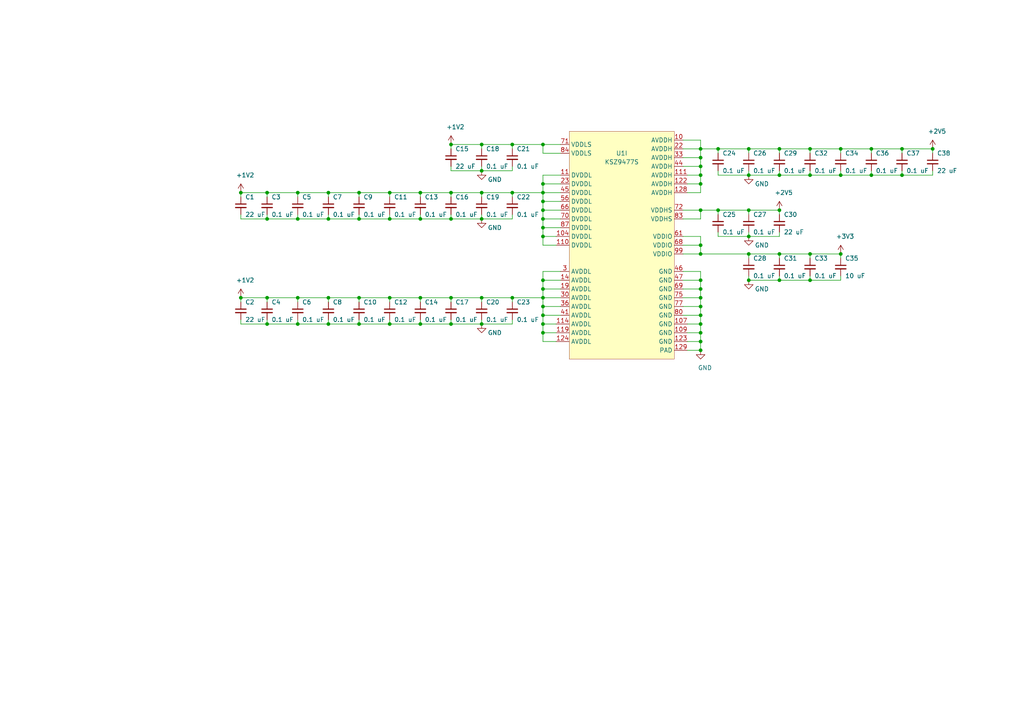
<source format=kicad_sch>
(kicad_sch (version 20201015) (generator eeschema)
  (paper "A4")
  (lib_symbols
    (symbol "Device:C_Small" (pin_numbers hide) (pin_names (offset 0.254) hide)
      (property "Reference" "C" (at 0.254 1.778 0))
      (property "Value" "C_Small" (at 0.254 -2.032 0))
      (symbol "C_Small_0_1"
        (polyline (pts (xy -1.524 -0.508) (xy 1.524 -0.508)) (stroke (width 0.3302)))
        (polyline (pts (xy -1.524 0.508) (xy 1.524 0.508)) (stroke (width 0.3048)))
      )
      (symbol "C_Small_1_1"
        (pin passive line (at 0 2.54 270) (length 2.032) (name "~") (number "1"))
        (pin passive line (at 0 -2.54 90) (length 2.032) (name "~") (number "2"))
      )
    )
    (symbol "local:KSZ9477S"
      (property "Reference" "U" (at -33.02 7.62 0))
      (property "Value" "KSZ9477S" (at -17.78 -43.18 0))
      (symbol "KSZ9477S_1_1"
        (rectangle (start -15.24 15.24) (end 15.24 -15.24) (stroke (width 0.001)) (fill (type background)))
        (pin output line (at -17.78 -5.08 0) (length 2.54) (name "SDO") (number "97"))
        (pin bidirectional line (at -17.78 -7.62 0) (length 2.54) (name "SDI/SDA/MDIO") (number "98"))
        (pin input line (at -19.05 -12.7 0) (length 3.81) (name "~SCS") (number "100"))
        (pin input line (at -19.05 -10.16 0) (length 3.81) (name "SCL/MDC") (number "101"))
        (pin output line (at 19.05 -6.35 180) (length 3.81) (name "XO") (number "125"))
        (pin input line (at 19.05 -3.81 180) (length 3.81) (name "XI") (number "126"))
        (pin output line (at -17.78 10.16 0) (length 2.54) (name "~PME") (number "93"))
        (pin output line (at -17.78 5.08 0) (length 2.54) (name "~INTRP") (number "94"))
        (pin input line (at -17.78 0 0) (length 2.54) (name "~RESET") (number "96"))
        (pin bidirectional line (at 17.78 1.27 180) (length 2.54) (name "SYNCLKO") (number "95"))
        (pin bidirectional line (at 17.78 6.35 180) (length 2.54) (name "GPIO_1") (number "90"))
        (pin open_collector line (at 19.05 -11.43 180) (length 3.81) (name "ISET") (number "127"))
        (pin input line (at 17.78 11.43 180) (length 2.54) (name "IBA") (number "67"))
      )
      (symbol "KSZ9477S_2_1"
        (rectangle (start -10.16 15.24) (end 10.16 -15.24) (stroke (width 0.001)) (fill (type background)))
        (pin bidirectional line (at 12.7 7.62 180) (length 2.54) (name "TXRX1P_B") (number "4"))
        (pin bidirectional line (at 12.7 5.08 180) (length 2.54) (name "TXRX1M_B") (number "5"))
        (pin bidirectional line (at 12.7 2.54 180) (length 2.54) (name "TXRX1P_C") (number "6"))
        (pin bidirectional line (at 12.7 0 180) (length 2.54) (name "TXRX1M_C") (number "7"))
        (pin bidirectional line (at 12.7 -2.54 180) (length 2.54) (name "TXRX1P_D") (number "8"))
        (pin bidirectional line (at 12.7 12.7 180) (length 2.54) (name "TXRX1P_A") (number "1"))
        (pin bidirectional line (at 12.7 10.16 180) (length 2.54) (name "TXRX1M_A") (number "2"))
        (pin bidirectional line (at 12.7 -5.08 180) (length 2.54) (name "TXRX1M_D") (number "9"))
        (pin bidirectional line (at 13.97 -10.16 180) (length 3.81) (name "LED1_0") (number "105"))
        (pin bidirectional line (at 13.97 -12.7 180) (length 3.81) (name "LED1_1") (number "106"))
      )
      (symbol "KSZ9477S_3_1"
        (rectangle (start -10.16 15.24) (end 10.16 -15.24) (stroke (width 0.001)) (fill (type background)))
        (pin bidirectional line (at 12.7 7.62 180) (length 2.54) (name "TXRX2P_B") (number "15"))
        (pin bidirectional line (at 12.7 5.08 180) (length 2.54) (name "TXRX2M_B") (number "16"))
        (pin bidirectional line (at 12.7 2.54 180) (length 2.54) (name "TXRX2P_C") (number "17"))
        (pin bidirectional line (at 12.7 0 180) (length 2.54) (name "TXRX2M_C") (number "18"))
        (pin bidirectional line (at 12.7 -2.54 180) (length 2.54) (name "TXRX2P_D") (number "20"))
        (pin bidirectional line (at 12.7 12.7 180) (length 2.54) (name "TXRX2P_A") (number "12"))
        (pin bidirectional line (at 12.7 10.16 180) (length 2.54) (name "TXRX2M_A") (number "13"))
        (pin bidirectional line (at 12.7 -5.08 180) (length 2.54) (name "TXRX2M_D") (number "21"))
        (pin bidirectional line (at 12.7 -10.16 180) (length 2.54) (name "LED2_0") (number "91"))
        (pin bidirectional line (at 12.7 -12.7 180) (length 2.54) (name "LED2_1") (number "92"))
      )
      (symbol "KSZ9477S_4_1"
        (rectangle (start -10.16 15.24) (end 10.16 -15.24) (stroke (width 0.001)) (fill (type background)))
        (pin bidirectional line (at 12.7 7.62 180) (length 2.54) (name "TXRX3P_B") (number "26"))
        (pin bidirectional line (at 12.7 5.08 180) (length 2.54) (name "TXRX3M_B") (number "27"))
        (pin bidirectional line (at 12.7 2.54 180) (length 2.54) (name "TXRX3P_C") (number "28"))
        (pin bidirectional line (at 12.7 0 180) (length 2.54) (name "TXRX3M_C") (number "29"))
        (pin bidirectional line (at 12.7 -2.54 180) (length 2.54) (name "TXRX3P_D") (number "31"))
        (pin bidirectional line (at 12.7 12.7 180) (length 2.54) (name "TXRX3P_A") (number "24"))
        (pin bidirectional line (at 12.7 10.16 180) (length 2.54) (name "TXRX3M_A") (number "25"))
        (pin bidirectional line (at 12.7 -5.08 180) (length 2.54) (name "TXRX3M_D") (number "32"))
        (pin bidirectional line (at 12.7 -10.16 180) (length 2.54) (name "LED3_0") (number "88"))
        (pin bidirectional line (at 12.7 -12.7 180) (length 2.54) (name "LED3_1") (number "89"))
      )
      (symbol "KSZ9477S_5_1"
        (rectangle (start -10.16 15.24) (end 10.16 -15.24) (stroke (width 0.001)) (fill (type background)))
        (pin bidirectional line (at 12.7 7.62 180) (length 2.54) (name "TXRX4P_B") (number "37"))
        (pin bidirectional line (at 12.7 5.08 180) (length 2.54) (name "TXRX4M_B") (number "38"))
        (pin bidirectional line (at 12.7 2.54 180) (length 2.54) (name "TXRX4P_C") (number "39"))
        (pin bidirectional line (at 12.7 0 180) (length 2.54) (name "TXRX4M_C") (number "40"))
        (pin bidirectional line (at 12.7 -2.54 180) (length 2.54) (name "TXRX4P_D") (number "42"))
        (pin bidirectional line (at 12.7 12.7 180) (length 2.54) (name "TXRX4P_A") (number "34"))
        (pin bidirectional line (at 12.7 10.16 180) (length 2.54) (name "TXRX4M_A") (number "35"))
        (pin bidirectional line (at 12.7 -5.08 180) (length 2.54) (name "TXRX4M_D") (number "43"))
        (pin bidirectional line (at 12.7 -10.16 180) (length 2.54) (name "LED4_0") (number "85"))
        (pin bidirectional line (at 12.7 -12.7 180) (length 2.54) (name "LED4_1") (number "86"))
      )
      (symbol "KSZ9477S_6_1"
        (rectangle (start -10.16 15.24) (end 9.906 -15.24) (stroke (width 0.001)) (fill (type background)))
        (pin bidirectional line (at 13.97 7.62 180) (length 3.81) (name "TXRX5P_B") (number "115"))
        (pin bidirectional line (at 13.97 5.08 180) (length 3.81) (name "TXRX5M_B") (number "116"))
        (pin bidirectional line (at 13.97 2.54 180) (length 3.81) (name "TXRX5P_C") (number "117"))
        (pin bidirectional line (at 13.97 0 180) (length 3.81) (name "TXRX5M_C") (number "118"))
        (pin bidirectional line (at 13.97 -2.54 180) (length 3.81) (name "TXRX5P_D") (number "120"))
        (pin bidirectional line (at 13.97 12.7 180) (length 3.81) (name "TXRX5P_A") (number "112"))
        (pin bidirectional line (at 13.97 10.16 180) (length 3.81) (name "TXRX5M_A") (number "113"))
        (pin bidirectional line (at 13.97 -5.08 180) (length 3.81) (name "TXRX5M_D") (number "121"))
        (pin bidirectional line (at 13.97 -10.16 180) (length 3.81) (name "LED5_0") (number "102"))
        (pin bidirectional line (at 13.97 -12.7 180) (length 3.81) (name "LED5_1") (number "103"))
      )
      (symbol "KSZ9477S_7_1"
        (rectangle (start -13.97 22.86) (end 13.97 -22.86) (stroke (width 0.001)) (fill (type background)))
        (pin bidirectional line (at -16.51 -20.32 0) (length 2.54) (name "RXD6_3") (number "62"))
        (pin bidirectional line (at -16.51 -17.78 0) (length 2.54) (name "RXD6_2") (number "63"))
        (pin bidirectional line (at -16.51 -15.24 0) (length 2.54) (name "RXD6_1") (number "64"))
        (pin bidirectional line (at -16.51 -12.7 0) (length 2.54) (name "RXD6_0") (number "65"))
        (pin bidirectional line (at -16.51 -2.54 0) (length 2.54) (name "RX_CLK6/REFCLKO6") (number "57"))
        (pin bidirectional line (at -16.51 -5.08 0) (length 2.54) (name "RX_DV6/CRS_DV6/RX_CTL6") (number "58"))
        (pin bidirectional line (at -16.51 -7.62 0) (length 2.54) (name "RX_ER6") (number "59"))
        (pin input line (at -16.51 2.54 0) (length 2.54) (name "TXD6_3") (number "52"))
        (pin input line (at -16.51 5.08 0) (length 2.54) (name "TXD6_2") (number "53"))
        (pin input line (at -16.51 7.62 0) (length 2.54) (name "TXD6_1") (number "54"))
        (pin input line (at -16.51 10.16 0) (length 2.54) (name "TXD6_0") (number "55"))
        (pin bidirectional line (at -16.51 20.32 0) (length 2.54) (name "TX_CLK6/REFCLKI6") (number "48"))
        (pin input line (at -16.51 17.78 0) (length 2.54) (name "TX_EN6/TX_CTL6") (number "49"))
        (pin input line (at -16.51 15.24 0) (length 2.54) (name "TX_ER6") (number "50"))
        (pin bidirectional line (at -16.51 12.7 0) (length 2.54) (name "COL6") (number "51"))
        (pin bidirectional line (at -16.51 -10.16 0) (length 2.54) (name "CRS6") (number "60"))
      )
      (symbol "KSZ9477S_8_1"
        (rectangle (start -8.89 7.62) (end 8.89 -7.62) (stroke (width 0.001)) (fill (type background)))
        (pin open_collector line (at -11.43 5.08 0) (length 2.54) (name "S_REXT") (number "76"))
        (pin output line (at -11.43 -5.08 0) (length 2.54) (name "S_OUT7M") (number "82"))
        (pin output line (at -11.43 -2.54 0) (length 2.54) (name "S_OUT7P") (number "81"))
        (pin input line (at -11.43 2.54 0) (length 2.54) (name "S_IN7M") (number "78"))
        (pin input line (at -11.43 0 0) (length 2.54) (name "S_IN7P") (number "79"))
      )
      (symbol "KSZ9477S_9_1"
        (rectangle (start -15.24 26.67) (end 15.24 -39.37) (stroke (width 0.001)) (fill (type background)))
        (pin power_in line (at 17.78 -13.97 180) (length 2.54) (name "GND") (number "46"))
        (pin power_in line (at 17.78 -3.81 180) (length 2.54) (name "VDDIO") (number "61"))
        (pin power_in line (at 17.78 24.13 180) (length 2.54) (name "AVDDH") (number "10"))
        (pin power_in line (at -17.78 -13.97 0) (length 2.54) (name "AVDDL") (number "3"))
        (pin power_in line (at -17.78 13.97 0) (length 2.54) (name "DVDDL") (number "11"))
        (pin power_in line (at -17.78 22.86 0) (length 2.54) (name "VDDLS") (number "71"))
        (pin power_in line (at 17.78 3.81 180) (length 2.54) (name "VDDHS") (number "72"))
        (pin power_in line (at 17.78 -6.35 180) (length 2.54) (name "VDDIO") (number "68"))
        (pin power_in line (at 17.78 -8.89 180) (length 2.54) (name "VDDIO") (number "99"))
        (pin power_in line (at 17.78 21.59 180) (length 2.54) (name "AVDDH") (number "22"))
        (pin power_in line (at 17.78 19.05 180) (length 2.54) (name "AVDDH") (number "33"))
        (pin power_in line (at 17.78 16.51 180) (length 2.54) (name "AVDDH") (number "44"))
        (pin power_in line (at 19.05 13.97 180) (length 3.81) (name "AVDDH") (number "111"))
        (pin power_in line (at 19.05 11.43 180) (length 3.81) (name "AVDDH") (number "122"))
        (pin power_in line (at 19.05 8.89 180) (length 3.81) (name "AVDDH") (number "128"))
        (pin power_in line (at -17.78 -16.51 0) (length 2.54) (name "AVDDL") (number "14"))
        (pin power_in line (at -17.78 -19.05 0) (length 2.54) (name "AVDDL") (number "19"))
        (pin power_in line (at -17.78 -21.59 0) (length 2.54) (name "AVDDL") (number "30"))
        (pin power_in line (at -17.78 -24.13 0) (length 2.54) (name "AVDDL") (number "36"))
        (pin power_in line (at -17.78 -26.67 0) (length 2.54) (name "AVDDL") (number "41"))
        (pin power_in line (at -19.05 -29.21 0) (length 3.81) (name "AVDDL") (number "114"))
        (pin power_in line (at -19.05 -31.75 0) (length 3.81) (name "AVDDL") (number "119"))
        (pin power_in line (at -19.05 -34.29 0) (length 3.81) (name "AVDDL") (number "124"))
        (pin power_in line (at -17.78 11.43 0) (length 2.54) (name "DVDDL") (number "23"))
        (pin power_in line (at -17.78 8.89 0) (length 2.54) (name "DVDDL") (number "45"))
        (pin power_in line (at -17.78 6.35 0) (length 2.54) (name "DVDDL") (number "56"))
        (pin power_in line (at -17.78 3.81 0) (length 2.54) (name "DVDDL") (number "66"))
        (pin power_in line (at -17.78 1.27 0) (length 2.54) (name "DVDDL") (number "70"))
        (pin power_in line (at -17.78 -1.27 0) (length 2.54) (name "DVDDL") (number "87"))
        (pin power_in line (at -19.05 -3.81 0) (length 3.81) (name "DVDDL") (number "104"))
        (pin power_in line (at -19.05 -6.35 0) (length 3.81) (name "DVDDL") (number "110"))
        (pin power_in line (at -17.78 20.32 0) (length 2.54) (name "VDDLS") (number "84"))
        (pin power_in line (at 17.78 1.27 180) (length 2.54) (name "VDDHS") (number "83"))
        (pin power_in line (at 17.78 -16.51 180) (length 2.54) (name "GND") (number "47"))
        (pin power_in line (at 17.78 -19.05 180) (length 2.54) (name "GND") (number "69"))
        (pin power_in line (at 17.78 -21.59 180) (length 2.54) (name "GND") (number "75"))
        (pin power_in line (at 17.78 -24.13 180) (length 2.54) (name "GND") (number "77"))
        (pin power_in line (at 17.78 -26.67 180) (length 2.54) (name "GND") (number "80"))
        (pin power_in line (at 19.05 -29.21 180) (length 3.81) (name "GND") (number "107"))
        (pin power_in line (at 19.05 -31.75 180) (length 3.81) (name "GND") (number "109"))
        (pin power_in line (at 19.05 -34.29 180) (length 3.81) (name "GND") (number "123"))
        (pin power_in line (at 19.05 -36.83 180) (length 3.81) (name "PAD") (number "129"))
      )
    )
    (symbol "power:+1V2" (power) (pin_names (offset 0))
      (property "Value" "+1V2" (at 0 3.556 0))
      (symbol "+1V2_0_1"
        (polyline (pts (xy -0.762 1.27) (xy 0 2.54)))
        (polyline (pts (xy 0 0) (xy 0 2.54)))
        (polyline (pts (xy 0 2.54) (xy 0.762 1.27)))
      )
      (symbol "+1V2_1_1"
        (pin power_in line (at 0 0 90) (length 0) hide (name "+1V2") (number "1"))
      )
    )
    (symbol "power:+2V5" (power) (pin_names (offset 0))
      (property "Value" "+2V5" (at 0 3.556 0))
      (symbol "+2V5_0_1"
        (polyline (pts (xy -0.762 1.27) (xy 0 2.54)))
        (polyline (pts (xy 0 0) (xy 0 2.54)))
        (polyline (pts (xy 0 2.54) (xy 0.762 1.27)))
      )
      (symbol "+2V5_1_1"
        (pin power_in line (at 0 0 90) (length 0) hide (name "+2V5") (number "1"))
      )
    )
    (symbol "power:+3V3" (power) (pin_names (offset 0))
      (property "Value" "+3V3" (at 0 3.556 0))
      (symbol "+3V3_0_1"
        (polyline (pts (xy -0.762 1.27) (xy 0 2.54)))
        (polyline (pts (xy 0 0) (xy 0 2.54)))
        (polyline (pts (xy 0 2.54) (xy 0.762 1.27)))
      )
      (symbol "+3V3_1_1"
        (pin power_in line (at 0 0 90) (length 0) hide (name "+3V3") (number "1"))
      )
    )
    (symbol "power:GND" (power) (pin_names (offset 0))
      (property "Value" "GND" (at 0 -3.81 0))
      (symbol "GND_0_1"
        (polyline (pts (xy 0 0) (xy 0 -1.27) (xy 1.27 -1.27) (xy 0 -2.54) (xy -1.27 -1.27) (xy 0 -1.27)))
      )
      (symbol "GND_1_1"
        (pin power_in line (at 0 0 270) (length 0) hide (name "GND") (number "1"))
      )
    )
  )
  (junction (at 69.85 55.88) (diameter 0.9144))
  (junction (at 69.85 86.36) (diameter 0.9144))
  (junction (at 77.47 55.88) (diameter 0.9144))
  (junction (at 77.47 63.5) (diameter 0.9144))
  (junction (at 77.47 86.36) (diameter 0.9144))
  (junction (at 77.47 93.98) (diameter 0.9144))
  (junction (at 86.36 55.88) (diameter 0.9144))
  (junction (at 86.36 63.5) (diameter 0.9144))
  (junction (at 86.36 86.36) (diameter 0.9144))
  (junction (at 86.36 93.98) (diameter 0.9144))
  (junction (at 95.25 55.88) (diameter 0.9144))
  (junction (at 95.25 63.5) (diameter 0.9144))
  (junction (at 95.25 86.36) (diameter 0.9144))
  (junction (at 95.25 93.98) (diameter 0.9144))
  (junction (at 104.14 55.88) (diameter 0.9144))
  (junction (at 104.14 63.5) (diameter 0.9144))
  (junction (at 104.14 86.36) (diameter 0.9144))
  (junction (at 104.14 93.98) (diameter 0.9144))
  (junction (at 113.03 55.88) (diameter 0.9144))
  (junction (at 113.03 63.5) (diameter 0.9144))
  (junction (at 113.03 86.36) (diameter 0.9144))
  (junction (at 113.03 93.98) (diameter 0.9144))
  (junction (at 121.92 55.88) (diameter 0.9144))
  (junction (at 121.92 63.5) (diameter 0.9144))
  (junction (at 121.92 86.36) (diameter 0.9144))
  (junction (at 121.92 93.98) (diameter 0.9144))
  (junction (at 130.81 41.91) (diameter 0.9144))
  (junction (at 130.81 55.88) (diameter 0.9144))
  (junction (at 130.81 63.5) (diameter 0.9144))
  (junction (at 130.81 86.36) (diameter 0.9144))
  (junction (at 130.81 93.98) (diameter 0.9144))
  (junction (at 139.7 41.91) (diameter 0.9144))
  (junction (at 139.7 49.53) (diameter 0.9144))
  (junction (at 139.7 55.88) (diameter 0.9144))
  (junction (at 139.7 63.5) (diameter 0.9144))
  (junction (at 139.7 86.36) (diameter 0.9144))
  (junction (at 139.7 93.98) (diameter 0.9144))
  (junction (at 148.59 41.91) (diameter 0.9144))
  (junction (at 148.59 55.88) (diameter 0.9144))
  (junction (at 148.59 86.36) (diameter 0.9144))
  (junction (at 157.48 41.91) (diameter 0.9144))
  (junction (at 157.48 53.34) (diameter 0.9144))
  (junction (at 157.48 55.88) (diameter 0.9144))
  (junction (at 157.48 58.42) (diameter 0.9144))
  (junction (at 157.48 60.96) (diameter 0.9144))
  (junction (at 157.48 63.5) (diameter 0.9144))
  (junction (at 157.48 66.04) (diameter 0.9144))
  (junction (at 157.48 68.58) (diameter 0.9144))
  (junction (at 157.48 81.28) (diameter 0.9144))
  (junction (at 157.48 83.82) (diameter 0.9144))
  (junction (at 157.48 86.36) (diameter 0.9144))
  (junction (at 157.48 88.9) (diameter 0.9144))
  (junction (at 157.48 91.44) (diameter 0.9144))
  (junction (at 157.48 93.98) (diameter 0.9144))
  (junction (at 157.48 96.52) (diameter 0.9144))
  (junction (at 203.2 43.18) (diameter 0.9144))
  (junction (at 203.2 45.72) (diameter 0.9144))
  (junction (at 203.2 48.26) (diameter 0.9144))
  (junction (at 203.2 50.8) (diameter 0.9144))
  (junction (at 203.2 53.34) (diameter 0.9144))
  (junction (at 203.2 60.96) (diameter 0.9144))
  (junction (at 203.2 71.12) (diameter 0.9144))
  (junction (at 203.2 73.66) (diameter 0.9144))
  (junction (at 203.2 81.28) (diameter 0.9144))
  (junction (at 203.2 83.82) (diameter 0.9144))
  (junction (at 203.2 86.36) (diameter 0.9144))
  (junction (at 203.2 88.9) (diameter 0.9144))
  (junction (at 203.2 91.44) (diameter 0.9144))
  (junction (at 203.2 93.98) (diameter 0.9144))
  (junction (at 203.2 96.52) (diameter 0.9144))
  (junction (at 203.2 99.06) (diameter 0.9144))
  (junction (at 203.2 101.6) (diameter 0.9144))
  (junction (at 208.28 43.18) (diameter 0.9144))
  (junction (at 208.28 60.96) (diameter 0.9144))
  (junction (at 217.17 43.18) (diameter 0.9144))
  (junction (at 217.17 50.8) (diameter 0.9144))
  (junction (at 217.17 60.96) (diameter 0.9144))
  (junction (at 217.17 68.58) (diameter 0.9144))
  (junction (at 217.17 73.66) (diameter 0.9144))
  (junction (at 217.17 81.28) (diameter 0.9144))
  (junction (at 226.06 43.18) (diameter 0.9144))
  (junction (at 226.06 50.8) (diameter 0.9144))
  (junction (at 226.06 60.96) (diameter 0.9144))
  (junction (at 226.06 73.66) (diameter 0.9144))
  (junction (at 226.06 81.28) (diameter 0.9144))
  (junction (at 234.95 43.18) (diameter 0.9144))
  (junction (at 234.95 50.8) (diameter 0.9144))
  (junction (at 234.95 73.66) (diameter 0.9144))
  (junction (at 234.95 81.28) (diameter 0.9144))
  (junction (at 243.84 43.18) (diameter 0.9144))
  (junction (at 243.84 50.8) (diameter 0.9144))
  (junction (at 243.84 73.66) (diameter 0.9144))
  (junction (at 252.73 43.18) (diameter 0.9144))
  (junction (at 252.73 50.8) (diameter 0.9144))
  (junction (at 261.62 43.18) (diameter 0.9144))
  (junction (at 261.62 50.8) (diameter 0.9144))
  (junction (at 270.51 43.18) (diameter 0.9144))
  (wire (pts (xy 69.85 55.88) (xy 69.85 57.15)))
  (wire (pts (xy 69.85 55.88) (xy 77.47 55.88)))
  (wire (pts (xy 69.85 62.23) (xy 69.85 63.5)))
  (wire (pts (xy 69.85 86.36) (xy 69.85 87.63)))
  (wire (pts (xy 69.85 92.71) (xy 69.85 93.98)))
  (wire (pts (xy 77.47 55.88) (xy 77.47 57.15)))
  (wire (pts (xy 77.47 63.5) (xy 69.85 63.5)))
  (wire (pts (xy 77.47 63.5) (xy 77.47 62.23)))
  (wire (pts (xy 77.47 86.36) (xy 69.85 86.36)))
  (wire (pts (xy 77.47 86.36) (xy 77.47 87.63)))
  (wire (pts (xy 77.47 93.98) (xy 69.85 93.98)))
  (wire (pts (xy 77.47 93.98) (xy 77.47 92.71)))
  (wire (pts (xy 86.36 55.88) (xy 77.47 55.88)))
  (wire (pts (xy 86.36 55.88) (xy 86.36 57.15)))
  (wire (pts (xy 86.36 62.23) (xy 86.36 63.5)))
  (wire (pts (xy 86.36 63.5) (xy 77.47 63.5)))
  (wire (pts (xy 86.36 86.36) (xy 77.47 86.36)))
  (wire (pts (xy 86.36 86.36) (xy 86.36 87.63)))
  (wire (pts (xy 86.36 92.71) (xy 86.36 93.98)))
  (wire (pts (xy 86.36 93.98) (xy 77.47 93.98)))
  (wire (pts (xy 95.25 55.88) (xy 86.36 55.88)))
  (wire (pts (xy 95.25 55.88) (xy 95.25 57.15)))
  (wire (pts (xy 95.25 62.23) (xy 95.25 63.5)))
  (wire (pts (xy 95.25 63.5) (xy 86.36 63.5)))
  (wire (pts (xy 95.25 86.36) (xy 86.36 86.36)))
  (wire (pts (xy 95.25 86.36) (xy 95.25 87.63)))
  (wire (pts (xy 95.25 92.71) (xy 95.25 93.98)))
  (wire (pts (xy 95.25 93.98) (xy 86.36 93.98)))
  (wire (pts (xy 104.14 55.88) (xy 95.25 55.88)))
  (wire (pts (xy 104.14 55.88) (xy 104.14 57.15)))
  (wire (pts (xy 104.14 62.23) (xy 104.14 63.5)))
  (wire (pts (xy 104.14 63.5) (xy 95.25 63.5)))
  (wire (pts (xy 104.14 86.36) (xy 95.25 86.36)))
  (wire (pts (xy 104.14 86.36) (xy 104.14 87.63)))
  (wire (pts (xy 104.14 92.71) (xy 104.14 93.98)))
  (wire (pts (xy 104.14 93.98) (xy 95.25 93.98)))
  (wire (pts (xy 113.03 55.88) (xy 104.14 55.88)))
  (wire (pts (xy 113.03 55.88) (xy 113.03 57.15)))
  (wire (pts (xy 113.03 62.23) (xy 113.03 63.5)))
  (wire (pts (xy 113.03 63.5) (xy 104.14 63.5)))
  (wire (pts (xy 113.03 86.36) (xy 104.14 86.36)))
  (wire (pts (xy 113.03 86.36) (xy 113.03 87.63)))
  (wire (pts (xy 113.03 92.71) (xy 113.03 93.98)))
  (wire (pts (xy 113.03 93.98) (xy 104.14 93.98)))
  (wire (pts (xy 121.92 55.88) (xy 113.03 55.88)))
  (wire (pts (xy 121.92 55.88) (xy 121.92 57.15)))
  (wire (pts (xy 121.92 62.23) (xy 121.92 63.5)))
  (wire (pts (xy 121.92 63.5) (xy 113.03 63.5)))
  (wire (pts (xy 121.92 86.36) (xy 113.03 86.36)))
  (wire (pts (xy 121.92 86.36) (xy 121.92 87.63)))
  (wire (pts (xy 121.92 92.71) (xy 121.92 93.98)))
  (wire (pts (xy 121.92 93.98) (xy 113.03 93.98)))
  (wire (pts (xy 130.81 41.91) (xy 130.81 43.18)))
  (wire (pts (xy 130.81 48.26) (xy 130.81 49.53)))
  (wire (pts (xy 130.81 55.88) (xy 121.92 55.88)))
  (wire (pts (xy 130.81 55.88) (xy 130.81 57.15)))
  (wire (pts (xy 130.81 62.23) (xy 130.81 63.5)))
  (wire (pts (xy 130.81 63.5) (xy 121.92 63.5)))
  (wire (pts (xy 130.81 86.36) (xy 121.92 86.36)))
  (wire (pts (xy 130.81 86.36) (xy 130.81 87.63)))
  (wire (pts (xy 130.81 92.71) (xy 130.81 93.98)))
  (wire (pts (xy 130.81 93.98) (xy 121.92 93.98)))
  (wire (pts (xy 139.7 41.91) (xy 130.81 41.91)))
  (wire (pts (xy 139.7 41.91) (xy 139.7 43.18)))
  (wire (pts (xy 139.7 48.26) (xy 139.7 49.53)))
  (wire (pts (xy 139.7 49.53) (xy 130.81 49.53)))
  (wire (pts (xy 139.7 55.88) (xy 130.81 55.88)))
  (wire (pts (xy 139.7 55.88) (xy 139.7 57.15)))
  (wire (pts (xy 139.7 62.23) (xy 139.7 63.5)))
  (wire (pts (xy 139.7 63.5) (xy 130.81 63.5)))
  (wire (pts (xy 139.7 86.36) (xy 130.81 86.36)))
  (wire (pts (xy 139.7 86.36) (xy 139.7 87.63)))
  (wire (pts (xy 139.7 92.71) (xy 139.7 93.98)))
  (wire (pts (xy 139.7 93.98) (xy 130.81 93.98)))
  (wire (pts (xy 148.59 41.91) (xy 139.7 41.91)))
  (wire (pts (xy 148.59 41.91) (xy 148.59 43.18)))
  (wire (pts (xy 148.59 48.26) (xy 148.59 49.53)))
  (wire (pts (xy 148.59 49.53) (xy 139.7 49.53)))
  (wire (pts (xy 148.59 55.88) (xy 139.7 55.88)))
  (wire (pts (xy 148.59 55.88) (xy 157.48 55.88)))
  (wire (pts (xy 148.59 57.15) (xy 148.59 55.88)))
  (wire (pts (xy 148.59 62.23) (xy 148.59 63.5)))
  (wire (pts (xy 148.59 63.5) (xy 139.7 63.5)))
  (wire (pts (xy 148.59 86.36) (xy 139.7 86.36)))
  (wire (pts (xy 148.59 86.36) (xy 157.48 86.36)))
  (wire (pts (xy 148.59 87.63) (xy 148.59 86.36)))
  (wire (pts (xy 148.59 92.71) (xy 148.59 93.98)))
  (wire (pts (xy 148.59 93.98) (xy 139.7 93.98)))
  (wire (pts (xy 157.48 41.91) (xy 148.59 41.91)))
  (wire (pts (xy 157.48 41.91) (xy 162.56 41.91)))
  (wire (pts (xy 157.48 44.45) (xy 157.48 41.91)))
  (wire (pts (xy 157.48 50.8) (xy 162.56 50.8)))
  (wire (pts (xy 157.48 53.34) (xy 157.48 50.8)))
  (wire (pts (xy 157.48 53.34) (xy 162.56 53.34)))
  (wire (pts (xy 157.48 55.88) (xy 157.48 53.34)))
  (wire (pts (xy 157.48 55.88) (xy 162.56 55.88)))
  (wire (pts (xy 157.48 58.42) (xy 157.48 55.88)))
  (wire (pts (xy 157.48 58.42) (xy 162.56 58.42)))
  (wire (pts (xy 157.48 60.96) (xy 157.48 58.42)))
  (wire (pts (xy 157.48 60.96) (xy 162.56 60.96)))
  (wire (pts (xy 157.48 63.5) (xy 157.48 60.96)))
  (wire (pts (xy 157.48 63.5) (xy 162.56 63.5)))
  (wire (pts (xy 157.48 66.04) (xy 157.48 63.5)))
  (wire (pts (xy 157.48 66.04) (xy 162.56 66.04)))
  (wire (pts (xy 157.48 68.58) (xy 157.48 66.04)))
  (wire (pts (xy 157.48 68.58) (xy 161.29 68.58)))
  (wire (pts (xy 157.48 71.12) (xy 157.48 68.58)))
  (wire (pts (xy 157.48 71.12) (xy 161.29 71.12)))
  (wire (pts (xy 157.48 78.74) (xy 162.56 78.74)))
  (wire (pts (xy 157.48 81.28) (xy 157.48 78.74)))
  (wire (pts (xy 157.48 81.28) (xy 162.56 81.28)))
  (wire (pts (xy 157.48 83.82) (xy 157.48 81.28)))
  (wire (pts (xy 157.48 83.82) (xy 157.48 86.36)))
  (wire (pts (xy 157.48 83.82) (xy 162.56 83.82)))
  (wire (pts (xy 157.48 86.36) (xy 162.56 86.36)))
  (wire (pts (xy 157.48 88.9) (xy 157.48 86.36)))
  (wire (pts (xy 157.48 88.9) (xy 162.56 88.9)))
  (wire (pts (xy 157.48 91.44) (xy 157.48 88.9)))
  (wire (pts (xy 157.48 91.44) (xy 162.56 91.44)))
  (wire (pts (xy 157.48 93.98) (xy 157.48 91.44)))
  (wire (pts (xy 157.48 93.98) (xy 161.29 93.98)))
  (wire (pts (xy 157.48 96.52) (xy 157.48 93.98)))
  (wire (pts (xy 157.48 96.52) (xy 161.29 96.52)))
  (wire (pts (xy 157.48 99.06) (xy 157.48 96.52)))
  (wire (pts (xy 157.48 99.06) (xy 161.29 99.06)))
  (wire (pts (xy 162.56 44.45) (xy 157.48 44.45)))
  (wire (pts (xy 198.12 40.64) (xy 203.2 40.64)))
  (wire (pts (xy 198.12 43.18) (xy 203.2 43.18)))
  (wire (pts (xy 198.12 45.72) (xy 203.2 45.72)))
  (wire (pts (xy 198.12 48.26) (xy 203.2 48.26)))
  (wire (pts (xy 198.12 60.96) (xy 203.2 60.96)))
  (wire (pts (xy 198.12 63.5) (xy 203.2 63.5)))
  (wire (pts (xy 198.12 68.58) (xy 203.2 68.58)))
  (wire (pts (xy 198.12 71.12) (xy 203.2 71.12)))
  (wire (pts (xy 198.12 73.66) (xy 203.2 73.66)))
  (wire (pts (xy 198.12 78.74) (xy 203.2 78.74)))
  (wire (pts (xy 198.12 81.28) (xy 203.2 81.28)))
  (wire (pts (xy 198.12 83.82) (xy 203.2 83.82)))
  (wire (pts (xy 198.12 86.36) (xy 203.2 86.36)))
  (wire (pts (xy 198.12 88.9) (xy 203.2 88.9)))
  (wire (pts (xy 198.12 91.44) (xy 203.2 91.44)))
  (wire (pts (xy 199.39 50.8) (xy 203.2 50.8)))
  (wire (pts (xy 199.39 53.34) (xy 203.2 53.34)))
  (wire (pts (xy 199.39 55.88) (xy 203.2 55.88)))
  (wire (pts (xy 199.39 93.98) (xy 203.2 93.98)))
  (wire (pts (xy 199.39 96.52) (xy 203.2 96.52)))
  (wire (pts (xy 199.39 99.06) (xy 203.2 99.06)))
  (wire (pts (xy 199.39 101.6) (xy 203.2 101.6)))
  (wire (pts (xy 203.2 43.18) (xy 203.2 40.64)))
  (wire (pts (xy 203.2 43.18) (xy 208.28 43.18)))
  (wire (pts (xy 203.2 45.72) (xy 203.2 43.18)))
  (wire (pts (xy 203.2 48.26) (xy 203.2 45.72)))
  (wire (pts (xy 203.2 50.8) (xy 203.2 48.26)))
  (wire (pts (xy 203.2 53.34) (xy 203.2 50.8)))
  (wire (pts (xy 203.2 55.88) (xy 203.2 53.34)))
  (wire (pts (xy 203.2 60.96) (xy 208.28 60.96)))
  (wire (pts (xy 203.2 63.5) (xy 203.2 60.96)))
  (wire (pts (xy 203.2 71.12) (xy 203.2 68.58)))
  (wire (pts (xy 203.2 73.66) (xy 203.2 71.12)))
  (wire (pts (xy 203.2 73.66) (xy 217.17 73.66)))
  (wire (pts (xy 203.2 78.74) (xy 203.2 81.28)))
  (wire (pts (xy 203.2 81.28) (xy 203.2 83.82)))
  (wire (pts (xy 203.2 83.82) (xy 203.2 86.36)))
  (wire (pts (xy 203.2 86.36) (xy 203.2 88.9)))
  (wire (pts (xy 203.2 88.9) (xy 203.2 91.44)))
  (wire (pts (xy 203.2 91.44) (xy 203.2 93.98)))
  (wire (pts (xy 203.2 93.98) (xy 203.2 96.52)))
  (wire (pts (xy 203.2 96.52) (xy 203.2 99.06)))
  (wire (pts (xy 203.2 99.06) (xy 203.2 101.6)))
  (wire (pts (xy 208.28 43.18) (xy 208.28 44.45)))
  (wire (pts (xy 208.28 50.8) (xy 208.28 49.53)))
  (wire (pts (xy 208.28 60.96) (xy 208.28 62.23)))
  (wire (pts (xy 208.28 67.31) (xy 208.28 68.58)))
  (wire (pts (xy 208.28 68.58) (xy 217.17 68.58)))
  (wire (pts (xy 217.17 43.18) (xy 208.28 43.18)))
  (wire (pts (xy 217.17 43.18) (xy 217.17 44.45)))
  (wire (pts (xy 217.17 49.53) (xy 217.17 50.8)))
  (wire (pts (xy 217.17 50.8) (xy 208.28 50.8)))
  (wire (pts (xy 217.17 60.96) (xy 208.28 60.96)))
  (wire (pts (xy 217.17 60.96) (xy 226.06 60.96)))
  (wire (pts (xy 217.17 62.23) (xy 217.17 60.96)))
  (wire (pts (xy 217.17 67.31) (xy 217.17 68.58)))
  (wire (pts (xy 217.17 73.66) (xy 217.17 74.93)))
  (wire (pts (xy 217.17 73.66) (xy 226.06 73.66)))
  (wire (pts (xy 217.17 81.28) (xy 217.17 80.01)))
  (wire (pts (xy 226.06 43.18) (xy 217.17 43.18)))
  (wire (pts (xy 226.06 43.18) (xy 226.06 44.45)))
  (wire (pts (xy 226.06 49.53) (xy 226.06 50.8)))
  (wire (pts (xy 226.06 50.8) (xy 217.17 50.8)))
  (wire (pts (xy 226.06 60.96) (xy 226.06 62.23)))
  (wire (pts (xy 226.06 67.31) (xy 226.06 68.58)))
  (wire (pts (xy 226.06 68.58) (xy 217.17 68.58)))
  (wire (pts (xy 226.06 73.66) (xy 226.06 74.93)))
  (wire (pts (xy 226.06 73.66) (xy 234.95 73.66)))
  (wire (pts (xy 226.06 80.01) (xy 226.06 81.28)))
  (wire (pts (xy 226.06 81.28) (xy 217.17 81.28)))
  (wire (pts (xy 234.95 43.18) (xy 226.06 43.18)))
  (wire (pts (xy 234.95 43.18) (xy 234.95 44.45)))
  (wire (pts (xy 234.95 49.53) (xy 234.95 50.8)))
  (wire (pts (xy 234.95 50.8) (xy 226.06 50.8)))
  (wire (pts (xy 234.95 73.66) (xy 234.95 74.93)))
  (wire (pts (xy 234.95 73.66) (xy 243.84 73.66)))
  (wire (pts (xy 234.95 80.01) (xy 234.95 81.28)))
  (wire (pts (xy 234.95 81.28) (xy 226.06 81.28)))
  (wire (pts (xy 234.95 81.28) (xy 243.84 81.28)))
  (wire (pts (xy 243.84 43.18) (xy 234.95 43.18)))
  (wire (pts (xy 243.84 43.18) (xy 243.84 44.45)))
  (wire (pts (xy 243.84 49.53) (xy 243.84 50.8)))
  (wire (pts (xy 243.84 50.8) (xy 234.95 50.8)))
  (wire (pts (xy 243.84 74.93) (xy 243.84 73.66)))
  (wire (pts (xy 243.84 80.01) (xy 243.84 81.28)))
  (wire (pts (xy 252.73 43.18) (xy 243.84 43.18)))
  (wire (pts (xy 252.73 43.18) (xy 252.73 44.45)))
  (wire (pts (xy 252.73 49.53) (xy 252.73 50.8)))
  (wire (pts (xy 252.73 50.8) (xy 243.84 50.8)))
  (wire (pts (xy 261.62 43.18) (xy 252.73 43.18)))
  (wire (pts (xy 261.62 43.18) (xy 261.62 44.45)))
  (wire (pts (xy 261.62 43.18) (xy 270.51 43.18)))
  (wire (pts (xy 261.62 49.53) (xy 261.62 50.8)))
  (wire (pts (xy 261.62 50.8) (xy 252.73 50.8)))
  (wire (pts (xy 261.62 50.8) (xy 270.51 50.8)))
  (wire (pts (xy 270.51 43.18) (xy 270.51 44.45)))
  (wire (pts (xy 270.51 49.53) (xy 270.51 50.8)))
  (symbol (lib_id "power:+1V2") (at 69.85 55.88 0) (unit 1)
    (property "Reference" "#PWR0103" (effects hide))
    (property "Value" "+1V2" (at 71.12 50.8 0))
  )
  (symbol (lib_id "power:+1V2") (at 69.85 86.36 0) (unit 1)
    (property "Reference" "#PWR0101" (effects hide))
    (property "Value" "+1V2" (at 71.12 81.28 0))
  )
  (symbol (lib_id "power:+1V2") (at 130.81 41.91 0) (unit 1)
    (property "Reference" "#PWR0106" (effects hide))
    (property "Value" "+1V2" (at 132.08 36.83 0))
  )
  (symbol (lib_id "power:+2V5") (at 226.06 60.96 0) (unit 1)
    (property "Reference" "#PWR0110" (effects hide))
    (property "Value" "+2V5" (at 227.33 55.88 0))
  )
  (symbol (lib_id "power:+3V3") (at 243.84 73.66 0) (unit 1)
    (property "Reference" "#PWR0111" (effects hide))
    (property "Value" "+3V3" (at 245.11 68.58 0))
  )
  (symbol (lib_id "power:+2V5") (at 270.51 43.18 0) (unit 1)
    (property "Reference" "#PWR0112" (effects hide))
    (property "Value" "+2V5" (at 271.78 38.1 0))
  )
  (symbol (lib_id "power:GND") (at 139.7 49.53 0) (unit 1)
    (property "Reference" "#PWR0104" (effects hide))
    (property "Value" "GND" (at 143.51 52.07 0))
  )
  (symbol (lib_id "power:GND") (at 139.7 63.5 0) (unit 1)
    (property "Reference" "#PWR0105" (effects hide))
    (property "Value" "GND" (at 143.51 66.04 0))
  )
  (symbol (lib_id "power:GND") (at 139.7 93.98 0) (unit 1)
    (property "Reference" "#PWR0102" (effects hide))
    (property "Value" "GND" (at 143.51 96.52 0))
  )
  (symbol (lib_id "power:GND") (at 203.2 101.6 0) (unit 1)
    (property "Reference" "#PWR0107" (effects hide))
    (property "Value" "GND" (at 204.47 106.68 0))
  )
  (symbol (lib_id "power:GND") (at 217.17 50.8 0) (unit 1)
    (property "Reference" "#PWR0108" (effects hide))
    (property "Value" "GND" (at 220.98 53.34 0))
  )
  (symbol (lib_id "power:GND") (at 217.17 68.58 0) (unit 1)
    (property "Reference" "#PWR0113" (effects hide))
    (property "Value" "GND" (at 220.98 71.12 0))
  )
  (symbol (lib_id "power:GND") (at 217.17 81.28 0) (unit 1)
    (property "Reference" "#PWR0109" (effects hide))
    (property "Value" "GND" (at 220.98 83.82 0))
  )
  (symbol (lib_id "Device:C_Small") (at 69.85 59.69 0) (unit 1)
    (property "Reference" "C1" (at 71.12 57.15 0) (effects (justify left)))
    (property "Value" "22 uF" (at 71.12 62.23 0) (effects (justify left)))
    (property "Footprint" "Capacitor_SMD:C_0402_1005Metric_Pad0.74x0.62mm_HandSolder" (effects hide))
  )
  (symbol (lib_id "Device:C_Small") (at 69.85 90.17 0) (unit 1)
    (property "Reference" "C2" (at 71.12 87.63 0) (effects (justify left)))
    (property "Value" "22 uF" (at 71.12 92.71 0) (effects (justify left)))
    (property "Footprint" "Capacitor_SMD:C_0402_1005Metric_Pad0.74x0.62mm_HandSolder" (effects hide))
  )
  (symbol (lib_id "Device:C_Small") (at 77.47 59.69 0) (unit 1)
    (property "Reference" "C3" (at 78.74 57.15 0) (effects (justify left)))
    (property "Value" "0.1 uF" (at 78.74 62.23 0) (effects (justify left)))
    (property "Footprint" "Capacitor_SMD:C_0402_1005Metric_Pad0.74x0.62mm_HandSolder" (effects hide))
  )
  (symbol (lib_id "Device:C_Small") (at 77.47 90.17 0) (unit 1)
    (property "Reference" "C4" (at 78.74 87.63 0) (effects (justify left)))
    (property "Value" "0.1 uF" (at 78.74 92.71 0) (effects (justify left)))
    (property "Footprint" "Capacitor_SMD:C_0402_1005Metric_Pad0.74x0.62mm_HandSolder" (effects hide))
  )
  (symbol (lib_id "Device:C_Small") (at 86.36 59.69 0) (unit 1)
    (property "Reference" "C5" (at 87.63 57.15 0) (effects (justify left)))
    (property "Value" "0.1 uF" (at 87.63 62.23 0) (effects (justify left)))
    (property "Footprint" "Capacitor_SMD:C_0402_1005Metric_Pad0.74x0.62mm_HandSolder" (effects hide))
  )
  (symbol (lib_id "Device:C_Small") (at 86.36 90.17 0) (unit 1)
    (property "Reference" "C6" (at 87.63 87.63 0) (effects (justify left)))
    (property "Value" "0.1 uF" (at 87.63 92.71 0) (effects (justify left)))
    (property "Footprint" "Capacitor_SMD:C_0402_1005Metric_Pad0.74x0.62mm_HandSolder" (effects hide))
  )
  (symbol (lib_id "Device:C_Small") (at 95.25 59.69 0) (unit 1)
    (property "Reference" "C7" (at 96.52 57.15 0) (effects (justify left)))
    (property "Value" "0.1 uF" (at 96.52 62.23 0) (effects (justify left)))
    (property "Footprint" "Capacitor_SMD:C_0402_1005Metric_Pad0.74x0.62mm_HandSolder" (effects hide))
  )
  (symbol (lib_id "Device:C_Small") (at 95.25 90.17 0) (unit 1)
    (property "Reference" "C8" (at 96.52 87.63 0) (effects (justify left)))
    (property "Value" "0.1 uF" (at 96.52 92.71 0) (effects (justify left)))
    (property "Footprint" "Capacitor_SMD:C_0402_1005Metric_Pad0.74x0.62mm_HandSolder" (effects hide))
  )
  (symbol (lib_id "Device:C_Small") (at 104.14 59.69 0) (unit 1)
    (property "Reference" "C9" (at 105.41 57.15 0) (effects (justify left)))
    (property "Value" "0.1 uF" (at 105.41 62.23 0) (effects (justify left)))
    (property "Footprint" "Capacitor_SMD:C_0402_1005Metric_Pad0.74x0.62mm_HandSolder" (effects hide))
  )
  (symbol (lib_id "Device:C_Small") (at 104.14 90.17 0) (unit 1)
    (property "Reference" "C10" (at 105.41 87.63 0) (effects (justify left)))
    (property "Value" "0.1 uF" (at 105.41 92.71 0) (effects (justify left)))
    (property "Footprint" "Capacitor_SMD:C_0402_1005Metric_Pad0.74x0.62mm_HandSolder" (effects hide))
  )
  (symbol (lib_id "Device:C_Small") (at 113.03 59.69 0) (unit 1)
    (property "Reference" "C11" (at 114.3 57.15 0) (effects (justify left)))
    (property "Value" "0.1 uF" (at 114.3 62.23 0) (effects (justify left)))
    (property "Footprint" "Capacitor_SMD:C_0402_1005Metric_Pad0.74x0.62mm_HandSolder" (effects hide))
  )
  (symbol (lib_id "Device:C_Small") (at 113.03 90.17 0) (unit 1)
    (property "Reference" "C12" (at 114.3 87.63 0) (effects (justify left)))
    (property "Value" "0.1 uF" (at 114.3 92.71 0) (effects (justify left)))
    (property "Footprint" "Capacitor_SMD:C_0402_1005Metric_Pad0.74x0.62mm_HandSolder" (effects hide))
  )
  (symbol (lib_id "Device:C_Small") (at 121.92 59.69 0) (unit 1)
    (property "Reference" "C13" (at 123.19 57.15 0) (effects (justify left)))
    (property "Value" "0.1 uF" (at 123.19 62.23 0) (effects (justify left)))
    (property "Footprint" "Capacitor_SMD:C_0402_1005Metric_Pad0.74x0.62mm_HandSolder" (effects hide))
  )
  (symbol (lib_id "Device:C_Small") (at 121.92 90.17 0) (unit 1)
    (property "Reference" "C14" (at 123.19 87.63 0) (effects (justify left)))
    (property "Value" "0.1 uF" (at 123.19 92.71 0) (effects (justify left)))
    (property "Footprint" "Capacitor_SMD:C_0402_1005Metric_Pad0.74x0.62mm_HandSolder" (effects hide))
  )
  (symbol (lib_id "Device:C_Small") (at 130.81 45.72 0) (unit 1)
    (property "Reference" "C15" (at 132.08 43.18 0) (effects (justify left)))
    (property "Value" "22 uF" (at 132.08 48.26 0) (effects (justify left)))
    (property "Footprint" "Capacitor_SMD:C_0402_1005Metric_Pad0.74x0.62mm_HandSolder" (effects hide))
  )
  (symbol (lib_id "Device:C_Small") (at 130.81 59.69 0) (unit 1)
    (property "Reference" "C16" (at 132.08 57.15 0) (effects (justify left)))
    (property "Value" "0.1 uF" (at 132.08 62.23 0) (effects (justify left)))
    (property "Footprint" "Capacitor_SMD:C_0402_1005Metric_Pad0.74x0.62mm_HandSolder" (effects hide))
  )
  (symbol (lib_id "Device:C_Small") (at 130.81 90.17 0) (unit 1)
    (property "Reference" "C17" (at 132.08 87.63 0) (effects (justify left)))
    (property "Value" "0.1 uF" (at 132.08 92.71 0) (effects (justify left)))
    (property "Footprint" "Capacitor_SMD:C_0402_1005Metric_Pad0.74x0.62mm_HandSolder" (effects hide))
  )
  (symbol (lib_id "Device:C_Small") (at 139.7 45.72 0) (unit 1)
    (property "Reference" "C18" (at 140.97 43.18 0) (effects (justify left)))
    (property "Value" "0.1 uF" (at 140.97 48.26 0) (effects (justify left)))
    (property "Footprint" "Capacitor_SMD:C_0402_1005Metric_Pad0.74x0.62mm_HandSolder" (effects hide))
  )
  (symbol (lib_id "Device:C_Small") (at 139.7 59.69 0) (unit 1)
    (property "Reference" "C19" (at 140.97 57.15 0) (effects (justify left)))
    (property "Value" "0.1 uF" (at 140.97 62.23 0) (effects (justify left)))
    (property "Footprint" "Capacitor_SMD:C_0402_1005Metric_Pad0.74x0.62mm_HandSolder" (effects hide))
  )
  (symbol (lib_id "Device:C_Small") (at 139.7 90.17 0) (unit 1)
    (property "Reference" "C20" (at 140.97 87.63 0) (effects (justify left)))
    (property "Value" "0.1 uF" (at 140.97 92.71 0) (effects (justify left)))
    (property "Footprint" "Capacitor_SMD:C_0402_1005Metric_Pad0.74x0.62mm_HandSolder" (effects hide))
  )
  (symbol (lib_id "Device:C_Small") (at 148.59 45.72 0) (unit 1)
    (property "Reference" "C21" (at 149.86 43.18 0) (effects (justify left)))
    (property "Value" "0.1 uF" (at 149.86 48.26 0) (effects (justify left)))
    (property "Footprint" "Capacitor_SMD:C_0402_1005Metric_Pad0.74x0.62mm_HandSolder" (effects hide))
  )
  (symbol (lib_id "Device:C_Small") (at 148.59 59.69 0) (unit 1)
    (property "Reference" "C22" (at 149.86 57.15 0) (effects (justify left)))
    (property "Value" "0.1 uF" (at 149.86 62.23 0) (effects (justify left)))
    (property "Footprint" "Capacitor_SMD:C_0402_1005Metric_Pad0.74x0.62mm_HandSolder" (effects hide))
  )
  (symbol (lib_id "Device:C_Small") (at 148.59 90.17 0) (unit 1)
    (property "Reference" "C23" (at 149.86 87.63 0) (effects (justify left)))
    (property "Value" "0.1 uF" (at 149.86 92.71 0) (effects (justify left)))
    (property "Footprint" "Capacitor_SMD:C_0402_1005Metric_Pad0.74x0.62mm_HandSolder" (effects hide))
  )
  (symbol (lib_id "Device:C_Small") (at 208.28 46.99 0) (unit 1)
    (property "Reference" "C24" (at 209.55 44.45 0) (effects (justify left)))
    (property "Value" "0.1 uF" (at 209.55 49.53 0) (effects (justify left)))
    (property "Footprint" "Capacitor_SMD:C_0402_1005Metric_Pad0.74x0.62mm_HandSolder" (effects hide))
  )
  (symbol (lib_id "Device:C_Small") (at 208.28 64.77 0) (unit 1)
    (property "Reference" "C25" (at 209.55 62.23 0) (effects (justify left)))
    (property "Value" "0.1 uF" (at 209.55 67.31 0) (effects (justify left)))
    (property "Footprint" "Capacitor_SMD:C_0402_1005Metric_Pad0.74x0.62mm_HandSolder" (effects hide))
  )
  (symbol (lib_id "Device:C_Small") (at 217.17 46.99 0) (unit 1)
    (property "Reference" "C26" (at 218.44 44.45 0) (effects (justify left)))
    (property "Value" "0.1 uF" (at 218.44 49.53 0) (effects (justify left)))
    (property "Footprint" "Capacitor_SMD:C_0402_1005Metric_Pad0.74x0.62mm_HandSolder" (effects hide))
  )
  (symbol (lib_id "Device:C_Small") (at 217.17 64.77 0) (unit 1)
    (property "Reference" "C27" (at 218.44 62.23 0) (effects (justify left)))
    (property "Value" "0.1 uF" (at 218.44 67.31 0) (effects (justify left)))
    (property "Footprint" "Capacitor_SMD:C_0402_1005Metric_Pad0.74x0.62mm_HandSolder" (effects hide))
  )
  (symbol (lib_id "Device:C_Small") (at 217.17 77.47 0) (unit 1)
    (property "Reference" "C28" (at 218.44 74.93 0) (effects (justify left)))
    (property "Value" "0.1 uF" (at 218.44 80.01 0) (effects (justify left)))
    (property "Footprint" "Capacitor_SMD:C_0402_1005Metric_Pad0.74x0.62mm_HandSolder" (effects hide))
  )
  (symbol (lib_id "Device:C_Small") (at 226.06 46.99 0) (unit 1)
    (property "Reference" "C29" (at 227.33 44.45 0) (effects (justify left)))
    (property "Value" "0.1 uF" (at 227.33 49.53 0) (effects (justify left)))
    (property "Footprint" "Capacitor_SMD:C_0402_1005Metric_Pad0.74x0.62mm_HandSolder" (effects hide))
  )
  (symbol (lib_id "Device:C_Small") (at 226.06 64.77 0) (unit 1)
    (property "Reference" "C30" (at 227.33 62.23 0) (effects (justify left)))
    (property "Value" "22 uF" (at 227.33 67.31 0) (effects (justify left)))
    (property "Footprint" "Capacitor_SMD:C_0402_1005Metric_Pad0.74x0.62mm_HandSolder" (effects hide))
  )
  (symbol (lib_id "Device:C_Small") (at 226.06 77.47 0) (unit 1)
    (property "Reference" "C31" (at 227.33 74.93 0) (effects (justify left)))
    (property "Value" "0.1 uF" (at 227.33 80.01 0) (effects (justify left)))
    (property "Footprint" "Capacitor_SMD:C_0402_1005Metric_Pad0.74x0.62mm_HandSolder" (effects hide))
  )
  (symbol (lib_id "Device:C_Small") (at 234.95 46.99 0) (unit 1)
    (property "Reference" "C32" (at 236.22 44.45 0) (effects (justify left)))
    (property "Value" "0.1 uF" (at 236.22 49.53 0) (effects (justify left)))
    (property "Footprint" "Capacitor_SMD:C_0402_1005Metric_Pad0.74x0.62mm_HandSolder" (effects hide))
  )
  (symbol (lib_id "Device:C_Small") (at 234.95 77.47 0) (unit 1)
    (property "Reference" "C33" (at 236.22 74.93 0) (effects (justify left)))
    (property "Value" "0.1 uF" (at 236.22 80.01 0) (effects (justify left)))
    (property "Footprint" "Capacitor_SMD:C_0402_1005Metric_Pad0.74x0.62mm_HandSolder" (effects hide))
  )
  (symbol (lib_id "Device:C_Small") (at 243.84 46.99 0) (unit 1)
    (property "Reference" "C34" (at 245.11 44.45 0) (effects (justify left)))
    (property "Value" "0.1 uF" (at 245.11 49.53 0) (effects (justify left)))
    (property "Footprint" "Capacitor_SMD:C_0402_1005Metric_Pad0.74x0.62mm_HandSolder" (effects hide))
  )
  (symbol (lib_id "Device:C_Small") (at 243.84 77.47 0) (unit 1)
    (property "Reference" "C35" (at 245.11 74.93 0) (effects (justify left)))
    (property "Value" "10 uF" (at 245.11 80.01 0) (effects (justify left)))
    (property "Footprint" "Capacitor_SMD:C_0402_1005Metric_Pad0.74x0.62mm_HandSolder" (effects hide))
  )
  (symbol (lib_id "Device:C_Small") (at 252.73 46.99 0) (unit 1)
    (property "Reference" "C36" (at 254 44.45 0) (effects (justify left)))
    (property "Value" "0.1 uF" (at 254 49.53 0) (effects (justify left)))
    (property "Footprint" "Capacitor_SMD:C_0402_1005Metric_Pad0.74x0.62mm_HandSolder" (effects hide))
  )
  (symbol (lib_id "Device:C_Small") (at 261.62 46.99 0) (unit 1)
    (property "Reference" "C37" (at 262.89 44.45 0) (effects (justify left)))
    (property "Value" "0.1 uF" (at 262.89 49.53 0) (effects (justify left)))
    (property "Footprint" "Capacitor_SMD:C_0402_1005Metric_Pad0.74x0.62mm_HandSolder" (effects hide))
  )
  (symbol (lib_id "Device:C_Small") (at 270.51 46.99 0) (unit 1)
    (property "Reference" "C38" (at 271.78 44.45 0) (effects (justify left)))
    (property "Value" "22 uF" (at 271.78 49.53 0) (effects (justify left)))
    (property "Footprint" "Capacitor_SMD:C_0402_1005Metric_Pad0.74x0.62mm_HandSolder" (effects hide))
  )
  (symbol (lib_id "local:KSZ9477S") (at 180.34 64.77 0) (unit 9)
    (property "Reference" "U1" (at 180.34 44.45 0))
    (property "Value" "KSZ9477S" (at 180.34 46.99 0))
    (property "Footprint" "Package_QFP:TQFP-128_14x14mm_P0.4mm" (effects hide))
    (property "Datasheet" "https://ww1.microchip.com/downloads/en/DeviceDoc/KSZ9477S-Data-Sheet-DS00002392C.pdf" (effects hide))
  )
)
</source>
